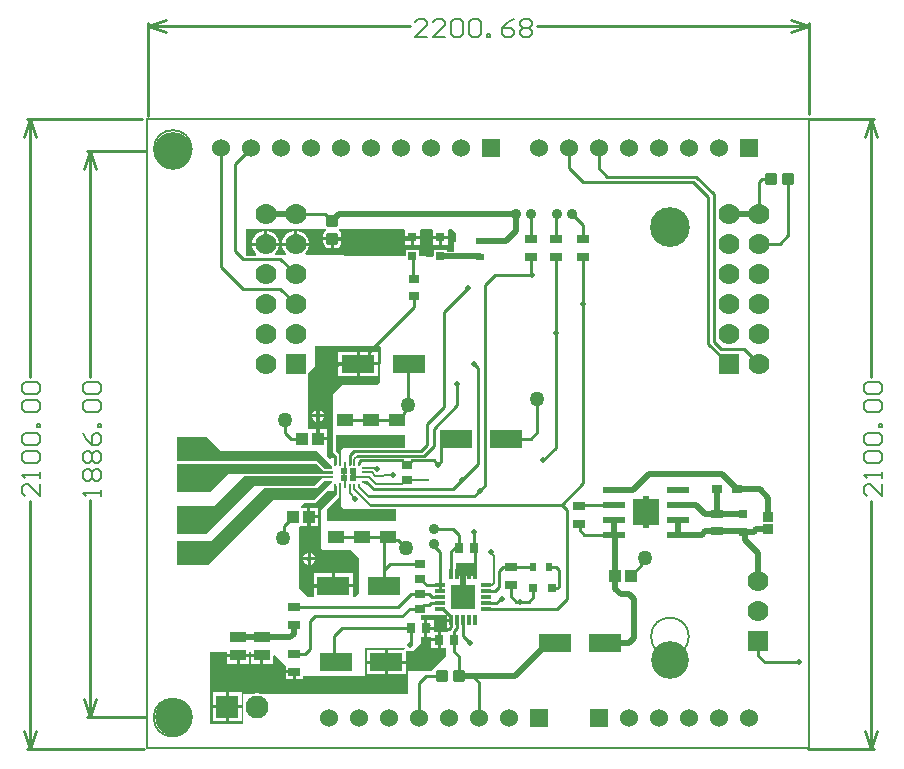
<source format=gtl>
G04*
G04 #@! TF.GenerationSoftware,Altium Limited,Altium Designer,21.9.2 (33)*
G04*
G04 Layer_Physical_Order=1*
G04 Layer_Color=255*
%FSLAX44Y44*%
%MOMM*%
G71*
G04*
G04 #@! TF.SameCoordinates,E2BC6D59-9887-43D7-9D5B-FB48D232BC44*
G04*
G04*
G04 #@! TF.FilePolarity,Positive*
G04*
G01*
G75*
%ADD12C,0.3810*%
%ADD14C,0.2032*%
%ADD15C,0.2540*%
%ADD18C,0.1524*%
%ADD19C,0.1270*%
%ADD20R,1.9304X1.9304*%
%ADD21R,1.9500X0.6000*%
%ADD22R,1.0000X0.8000*%
%ADD23R,0.9000X0.8000*%
%ADD24R,0.2100X0.4650*%
%ADD25R,0.3900X0.2100*%
%ADD26R,0.4650X0.2100*%
%ADD27R,0.5000X0.5000*%
%ADD28R,0.6000X0.8000*%
%ADD29R,0.8000X0.6000*%
%ADD30R,1.3500X1.0000*%
%ADD31R,0.9000X0.7000*%
%ADD32R,1.3500X0.9500*%
%ADD33R,2.0000X2.0000*%
%ADD34R,0.8500X0.3000*%
%ADD35R,0.3000X0.8500*%
%ADD36R,0.8000X0.8000*%
%ADD37R,0.7500X0.8000*%
%ADD38R,0.8000X0.8000*%
%ADD39R,0.8000X0.9000*%
%ADD40R,2.8000X1.6000*%
G04:AMPARAMS|DCode=41|XSize=1mm|YSize=1.1mm|CornerRadius=0.25mm|HoleSize=0mm|Usage=FLASHONLY|Rotation=90.000|XOffset=0mm|YOffset=0mm|HoleType=Round|Shape=RoundedRectangle|*
%AMROUNDEDRECTD41*
21,1,1.0000,0.6000,0,0,90.0*
21,1,0.5000,1.1000,0,0,90.0*
1,1,0.5000,0.3000,0.2500*
1,1,0.5000,0.3000,-0.2500*
1,1,0.5000,-0.3000,-0.2500*
1,1,0.5000,-0.3000,0.2500*
%
%ADD41ROUNDEDRECTD41*%
%ADD42R,1.0500X1.0500*%
G04:AMPARAMS|DCode=43|XSize=1mm|YSize=1.1mm|CornerRadius=0.25mm|HoleSize=0mm|Usage=FLASHONLY|Rotation=0.000|XOffset=0mm|YOffset=0mm|HoleType=Round|Shape=RoundedRectangle|*
%AMROUNDEDRECTD43*
21,1,1.0000,0.6000,0,0,0.0*
21,1,0.5000,1.1000,0,0,0.0*
1,1,0.5000,0.2500,-0.3000*
1,1,0.5000,-0.2500,-0.3000*
1,1,0.5000,-0.2500,0.3000*
1,1,0.5000,0.2500,0.3000*
%
%ADD43ROUNDEDRECTD43*%
%ADD44R,0.8121X0.9311*%
%ADD45R,0.7620X0.7620*%
%ADD79C,0.5080*%
%ADD80C,0.7620*%
%ADD81R,0.8360X0.0064*%
%ADD82R,1.9500X1.9500*%
%ADD83R,1.5240X1.5240*%
%ADD84C,1.5240*%
%ADD85C,0.8890*%
%ADD86C,1.9500*%
%ADD87R,1.9500X1.9500*%
%ADD88C,1.7780*%
%ADD89R,1.7780X1.7780*%
%ADD90C,3.2000*%
%ADD91C,0.2540*%
%ADD92C,1.2700*%
%ADD93C,0.5080*%
G36*
X238666Y-71125D02*
X238502Y-71289D01*
Y-78301D01*
X236824D01*
Y-86423D01*
X230914D01*
Y-84777D01*
X220366D01*
Y-89765D01*
X219461Y-90657D01*
X207360Y-90482D01*
Y-84777D01*
X196312D01*
Y-89419D01*
X195407Y-90310D01*
X168037Y-89916D01*
X119957Y-89223D01*
X111767Y-89320D01*
X111235Y-88056D01*
X112096Y-87195D01*
X113601Y-84589D01*
X114380Y-81682D01*
Y-81447D01*
X102950D01*
X91520D01*
Y-81682D01*
X92298Y-84589D01*
X93803Y-87195D01*
X94858Y-88250D01*
X94338Y-89526D01*
X86063Y-89624D01*
X85531Y-88360D01*
X86696Y-87195D01*
X88201Y-84589D01*
X88980Y-81682D01*
Y-81447D01*
X77550D01*
X66120D01*
Y-81682D01*
X66898Y-84589D01*
X68403Y-87195D01*
X69755Y-88547D01*
X69235Y-89823D01*
X62264Y-89905D01*
X61360Y-89013D01*
Y-80859D01*
Y-67072D01*
X128380D01*
X128754Y-68304D01*
X128738Y-68361D01*
X128044Y-68825D01*
X126930Y-70492D01*
X126538Y-72458D01*
Y-74188D01*
X141816D01*
Y-72458D01*
X141425Y-70492D01*
X140311Y-68825D01*
X139617Y-68361D01*
X139601Y-68304D01*
X139974Y-67072D01*
X194311D01*
X195296Y-67761D01*
X195296Y-68342D01*
Y-73031D01*
X201836D01*
X208376D01*
Y-68342D01*
X208376Y-67761D01*
X209360Y-67072D01*
X218365D01*
X219350Y-67761D01*
X219350Y-68342D01*
Y-73031D01*
X225640D01*
X231930D01*
Y-68342D01*
X231930Y-67761D01*
X232914Y-67072D01*
X234613D01*
X238666Y-71125D01*
D02*
G37*
G36*
X175086Y-167025D02*
X174693Y-196531D01*
X171947Y-199277D01*
X142607D01*
X134637Y-207247D01*
X134853Y-233743D01*
X135038Y-256306D01*
X137980Y-259502D01*
Y-260452D01*
X137950Y-260482D01*
Y-266215D01*
X135410D01*
Y-261350D01*
X133090D01*
Y-261350D01*
X132243Y-261744D01*
X129559Y-259483D01*
Y-250841D01*
X129558D01*
Y-246131D01*
X121768D01*
Y-244861D01*
X120498D01*
Y-237071D01*
X113978D01*
X113149Y-236144D01*
Y-192191D01*
X113364D01*
Y-189315D01*
X119128Y-183551D01*
Y-166121D01*
X174194D01*
X175086Y-167025D01*
D02*
G37*
G36*
X195395Y-242362D02*
Y-252380D01*
X195387Y-252389D01*
X144117D01*
X141729Y-254776D01*
X141730Y-262947D01*
Y-268338D01*
X139630D01*
X139629Y-258087D01*
X137320Y-255777D01*
Y-242067D01*
X195691D01*
X195395Y-242362D01*
D02*
G37*
G36*
X39376Y-255021D02*
X120761Y-255021D01*
X134084Y-268343D01*
Y-270443D01*
X128181D01*
X121493Y-263755D01*
X2856D01*
Y-243591D01*
X27947D01*
X39376Y-255021D01*
D02*
G37*
G36*
X134831Y-278441D02*
X125782D01*
X119625Y-284598D01*
X68119Y-284598D01*
X27119Y-325597D01*
X2602D01*
Y-302265D01*
X34338D01*
X60262Y-276341D01*
X128954D01*
X128938Y-276357D01*
X130181Y-276341D01*
X134831D01*
Y-278441D01*
D02*
G37*
G36*
X134087Y-282436D02*
X132933D01*
X118692Y-296677D01*
X83701D01*
X28837Y-351541D01*
X2446Y-351541D01*
Y-331653D01*
X2602Y-331497D01*
X31379D01*
X75988Y-286889D01*
X120982Y-286889D01*
X127535Y-280336D01*
X134087D01*
Y-282436D01*
D02*
G37*
G36*
X137950Y-289429D02*
X137980D01*
X137980Y-292458D01*
X124857Y-305582D01*
Y-337808D01*
X125949Y-338900D01*
X149950D01*
X156680Y-345630D01*
Y-374715D01*
X157128Y-375163D01*
X153329Y-378961D01*
Y-379107D01*
X151393D01*
Y-370591D01*
X134854D01*
X118314D01*
Y-379107D01*
X113518D01*
X105752Y-371341D01*
Y-319887D01*
X106544Y-318945D01*
X113064D01*
Y-311155D01*
Y-303365D01*
X107918D01*
X107392Y-302095D01*
X109762Y-299725D01*
X119725D01*
X130128Y-289321D01*
X133090Y-289388D01*
Y-289429D01*
X133804D01*
X135068Y-289432D01*
D01*
X135410Y-289431D01*
Y-284564D01*
X137950D01*
Y-289429D01*
D02*
G37*
G36*
X127228Y-272361D02*
X129177D01*
X129197Y-272341D01*
X134831D01*
Y-274441D01*
X45510D01*
X30337Y-289613D01*
X3412D01*
X2954Y-289155D01*
Y-266162D01*
X121028D01*
X127228Y-272361D01*
D02*
G37*
G36*
X141730Y-302357D02*
X143652Y-304279D01*
X188374D01*
Y-314278D01*
X187941Y-314711D01*
X129954D01*
X129909Y-314690D01*
Y-304087D01*
X139629Y-294367D01*
X139630Y-282442D01*
X141730D01*
X141730Y-302357D01*
D02*
G37*
G36*
X402416Y-296136D02*
X410775D01*
Y-317980D01*
X402416D01*
Y-320520D01*
X397336D01*
Y-317980D01*
X388954D01*
Y-296136D01*
X397336D01*
Y-293596D01*
X402416D01*
Y-296136D01*
D02*
G37*
G36*
X256420Y-361227D02*
X238456D01*
X238419Y-361191D01*
Y-350295D01*
X256420Y-350245D01*
Y-361227D01*
D02*
G37*
G36*
X230879Y-397212D02*
X234919D01*
Y-399752D01*
X230879D01*
Y-405272D01*
X232100D01*
X232586Y-406446D01*
X230853Y-408179D01*
X225764D01*
Y-415219D01*
Y-422259D01*
X230160D01*
Y-429677D01*
X217853Y-441984D01*
X198274D01*
X198274Y-460761D01*
X73162D01*
X71849Y-460409D01*
X68880D01*
X67566Y-460761D01*
X58834D01*
Y-486415D01*
X30640D01*
Y-425407D01*
X44995D01*
Y-427120D01*
X54285D01*
X63575D01*
Y-425407D01*
X65038D01*
Y-427109D01*
X74328D01*
Y-428379D01*
X75598D01*
Y-435669D01*
X83618D01*
Y-428496D01*
X84791Y-428010D01*
X94474Y-437693D01*
Y-440829D01*
X102014D01*
Y-442099D01*
X103284D01*
Y-448639D01*
X109554D01*
Y-445659D01*
X161672D01*
X161672Y-421899D01*
X195167Y-421899D01*
X195428Y-422087D01*
X195472Y-422174D01*
X194692Y-423444D01*
X181132D01*
Y-432714D01*
X196402D01*
Y-424434D01*
X202625D01*
X209483Y-417576D01*
Y-412362D01*
X212070D01*
Y-405322D01*
Y-398282D01*
X209483D01*
Y-394520D01*
X230879D01*
Y-397212D01*
D02*
G37*
%LPC*%
G36*
X104454Y-68747D02*
X104220D01*
Y-78907D01*
X114380D01*
Y-78672D01*
X113601Y-75765D01*
X112096Y-73159D01*
X109968Y-71031D01*
X107361Y-69526D01*
X104454Y-68747D01*
D02*
G37*
G36*
X79054D02*
X78820D01*
Y-78907D01*
X88980D01*
Y-78672D01*
X88201Y-75765D01*
X86696Y-73159D01*
X84568Y-71031D01*
X81961Y-69526D01*
X79054Y-68747D01*
D02*
G37*
G36*
X101680D02*
X101445D01*
X98538Y-69526D01*
X95931Y-71031D01*
X93803Y-73159D01*
X92298Y-75765D01*
X91520Y-78672D01*
Y-78907D01*
X101680D01*
Y-68747D01*
D02*
G37*
G36*
X76280D02*
X76045D01*
X73138Y-69526D01*
X70531Y-71031D01*
X68403Y-73159D01*
X66898Y-75765D01*
X66120Y-78672D01*
Y-78907D01*
X76280D01*
Y-68747D01*
D02*
G37*
G36*
X231930Y-75571D02*
X226910D01*
Y-80841D01*
X231930D01*
Y-75571D01*
D02*
G37*
G36*
X224370D02*
X219350D01*
Y-80841D01*
X224370D01*
Y-75571D01*
D02*
G37*
G36*
X208376D02*
X203106D01*
Y-80841D01*
X208376D01*
Y-75571D01*
D02*
G37*
G36*
X200566D02*
X195296D01*
Y-80841D01*
X200566D01*
Y-75571D01*
D02*
G37*
G36*
X141816Y-76728D02*
X135447D01*
Y-83597D01*
X136677D01*
X138644Y-83206D01*
X140311Y-82092D01*
X141425Y-80425D01*
X141816Y-78458D01*
Y-76728D01*
D02*
G37*
G36*
X132907D02*
X126538D01*
Y-78458D01*
X126930Y-80425D01*
X128044Y-82092D01*
X129711Y-83206D01*
X131677Y-83597D01*
X132907D01*
Y-76728D01*
D02*
G37*
G36*
X172398Y-171075D02*
X157128D01*
Y-180345D01*
X172398D01*
Y-171075D01*
D02*
G37*
G36*
X154588D02*
X139318D01*
Y-180345D01*
X154588D01*
Y-171075D01*
D02*
G37*
G36*
X172398Y-182885D02*
X157128D01*
Y-192155D01*
X172398D01*
Y-182885D01*
D02*
G37*
G36*
X154588D02*
X139318D01*
Y-192155D01*
X154588D01*
Y-182885D01*
D02*
G37*
G36*
X123250Y-220584D02*
Y-224287D01*
X126952D01*
X126286Y-222679D01*
X124857Y-221250D01*
X123250Y-220584D01*
D02*
G37*
G36*
X120710D02*
X119102Y-221250D01*
X117673Y-222679D01*
X117007Y-224287D01*
X120710D01*
Y-220584D01*
D02*
G37*
G36*
X126952Y-226827D02*
X123250D01*
Y-230529D01*
X124857Y-229863D01*
X126286Y-228435D01*
X126952Y-226827D01*
D02*
G37*
G36*
X120710D02*
X117007D01*
X117673Y-228435D01*
X119102Y-229863D01*
X120710Y-230529D01*
Y-226827D01*
D02*
G37*
G36*
X123038Y-237071D02*
Y-243591D01*
X129558D01*
Y-237071D01*
X123038D01*
D02*
G37*
G36*
X122124Y-303365D02*
X115604D01*
Y-309885D01*
X122124D01*
Y-303365D01*
D02*
G37*
G36*
Y-312425D02*
X115604D01*
Y-318945D01*
X122124D01*
Y-312425D01*
D02*
G37*
G36*
X115730Y-341488D02*
Y-345191D01*
X119432D01*
X118766Y-343583D01*
X117337Y-342154D01*
X115730Y-341488D01*
D02*
G37*
G36*
X113190D02*
X111582Y-342154D01*
X110153Y-343583D01*
X109487Y-345191D01*
X113190D01*
Y-341488D01*
D02*
G37*
G36*
X119432Y-347731D02*
X115730D01*
Y-351433D01*
X117337Y-350768D01*
X118766Y-349338D01*
X119432Y-347731D01*
D02*
G37*
G36*
X113190D02*
X109487D01*
X110153Y-349338D01*
X111582Y-350768D01*
X113190Y-351433D01*
Y-347731D01*
D02*
G37*
G36*
X151393Y-358781D02*
X136124D01*
Y-368051D01*
X151393D01*
Y-358781D01*
D02*
G37*
G36*
X133584D02*
X118314D01*
Y-368051D01*
X133584D01*
Y-358781D01*
D02*
G37*
G36*
X219880Y-398282D02*
X214610D01*
Y-404053D01*
X219880D01*
Y-398282D01*
D02*
G37*
G36*
Y-406592D02*
X214610D01*
Y-412362D01*
X217954D01*
Y-413949D01*
X223224D01*
Y-408179D01*
X219880D01*
Y-406592D01*
D02*
G37*
G36*
X223224Y-416489D02*
X217954D01*
Y-422259D01*
X223224D01*
Y-416489D01*
D02*
G37*
G36*
X178592Y-423444D02*
X163322D01*
Y-432714D01*
X178592D01*
Y-423444D01*
D02*
G37*
G36*
X73058Y-429649D02*
X65038D01*
Y-435669D01*
X73058D01*
Y-429649D01*
D02*
G37*
G36*
X63575Y-429660D02*
X55555D01*
Y-435680D01*
X63575D01*
Y-429660D01*
D02*
G37*
G36*
X53015D02*
X44995D01*
Y-435680D01*
X53015D01*
Y-429660D01*
D02*
G37*
G36*
X196402Y-435254D02*
X181132D01*
Y-444524D01*
X196402D01*
Y-441984D01*
Y-435254D01*
D02*
G37*
G36*
X178592D02*
X163322D01*
Y-444524D01*
X178592D01*
Y-435254D01*
D02*
G37*
G36*
X100744Y-443369D02*
X94474D01*
Y-448639D01*
X100744D01*
Y-443369D01*
D02*
G37*
G36*
X57255Y-459393D02*
X46234D01*
Y-470413D01*
X57255D01*
Y-459393D01*
D02*
G37*
G36*
X43695D02*
X32675D01*
Y-470413D01*
X43695D01*
Y-459393D01*
D02*
G37*
G36*
X57255Y-472953D02*
X46234D01*
Y-483973D01*
X57255D01*
Y-472953D01*
D02*
G37*
G36*
X43695D02*
X32675D01*
Y-483973D01*
X43695D01*
Y-472953D01*
D02*
G37*
%LPD*%
D12*
X151628Y-278389D02*
Y-272389D01*
D14*
X144178Y-278389D02*
X144691Y-277876D01*
X145288D01*
X144178Y-278389D02*
X144646Y-278857D01*
Y-284530D02*
Y-278857D01*
X144178Y-278389D02*
Y-272389D01*
X214822Y-279639D02*
X215220Y-280037D01*
X197353Y-279639D02*
X214822D01*
X215220Y-280037D02*
X215358D01*
X151628Y-278389D02*
X152592Y-277425D01*
X160820D02*
X160854Y-277391D01*
X152592Y-277425D02*
X160820D01*
X144646Y-271921D02*
Y-266249D01*
X144178Y-272389D02*
X144646Y-271921D01*
Y-284530D02*
X144680Y-284564D01*
X144646Y-266249D02*
X144680Y-266215D01*
X165277Y-277391D02*
X171096Y-283210D01*
X160854Y-277391D02*
X165277D01*
X171096Y-283210D02*
X193283D01*
X177787Y-275340D02*
X185166D01*
X176769Y-276357D02*
X177787Y-275340D01*
X193283Y-283210D02*
X196854Y-279639D01*
X197353D01*
X152714Y-262041D02*
X155508Y-259247D01*
X152714Y-266181D02*
Y-262041D01*
X170340Y-276357D02*
X176769D01*
X156680Y-284564D02*
X156714Y-284598D01*
X153329Y-295611D02*
X153362D01*
X148675Y-284569D02*
X148680Y-284564D01*
X152680D02*
X152714Y-284598D01*
X156714Y-285873D02*
X164437Y-293596D01*
X152714Y-287726D02*
Y-284598D01*
X156714Y-285873D02*
Y-284598D01*
X148675Y-290956D02*
X153329Y-295611D01*
X148675Y-290956D02*
Y-284569D01*
X152680Y-266215D02*
X152714Y-266181D01*
X161223Y-269388D02*
X170180D01*
X160858Y-273389D02*
X167372D01*
X170340Y-276357D01*
X170180Y-269388D02*
X171670Y-270878D01*
X172358D01*
X152714Y-287726D02*
X165695Y-300708D01*
X268384Y-341381D02*
Y-340619D01*
Y-341381D02*
X270924Y-343921D01*
Y-367204D02*
Y-343921D01*
X264419Y-368982D02*
X269146D01*
X270924Y-367204D01*
D15*
X307745Y-239611D02*
Y-210217D01*
X254192Y-337651D02*
X254414Y-337429D01*
X148670Y-266205D02*
Y-258831D01*
X152318Y-255183D01*
X148670Y-266205D02*
X148680Y-266215D01*
X152318Y-255183D02*
X209294D01*
X254414Y-337429D02*
Y-324202D01*
X254919Y-359482D02*
Y-338378D01*
X254192Y-337651D02*
X254919Y-338378D01*
X161222Y-281392D02*
X163028D01*
X169406Y-287770D01*
X236108D01*
X244295Y-279583D01*
X236994Y-415219D02*
Y-408018D01*
Y-425115D02*
Y-415219D01*
X197854Y-267139D02*
X201682Y-263311D01*
X158167D02*
X193025D01*
X220116D02*
X223812Y-267007D01*
X193025Y-263311D02*
X196854Y-267139D01*
X201682Y-263311D02*
X220116D01*
X196854Y-267139D02*
X197854D01*
X155508Y-259247D02*
X211580D01*
X219870Y-250957D01*
X156680Y-266215D02*
Y-264799D01*
X209294Y-255183D02*
X214282Y-250195D01*
X156680Y-264799D02*
X158167Y-263311D01*
X225420Y-388982D02*
X228169D01*
X234919Y-395732D01*
Y-398482D02*
Y-395732D01*
X179862Y-433984D02*
X217690D01*
X199898Y-419282D02*
X200840Y-418340D01*
Y-405322D01*
X199898Y-419969D02*
Y-419282D01*
X135630Y-432752D02*
Y-411952D01*
Y-432752D02*
X136862Y-433984D01*
X135630Y-411952D02*
X142259Y-405322D01*
X200840D01*
X213340D02*
X216070Y-402592D01*
X222670Y-388982D02*
X225420D01*
X93262Y-327693D02*
Y-318727D01*
X100834Y-311155D01*
X92298Y-328656D02*
X93262Y-327693D01*
X396662Y-351274D02*
Y-348082D01*
X387126Y-360810D02*
X396662Y-351274D01*
Y-348082D02*
X398606Y-346138D01*
X183971Y-330449D02*
X189767D01*
X196836Y-337518D02*
X196836D01*
X181212Y-327690D02*
X183971Y-330449D01*
X189767D02*
X196836Y-337518D01*
X177854Y-369321D02*
Y-356310D01*
Y-331048D02*
X181212Y-327690D01*
X183005Y-351158D02*
X208646D01*
X177854Y-356310D02*
X183005Y-351158D01*
X177854Y-356310D02*
Y-331048D01*
X159169Y-327690D02*
X181212D01*
X137127D02*
X159169D01*
X225772Y-251591D02*
X232502Y-244861D01*
X223812Y-266320D02*
X225772Y-264361D01*
X223812Y-267007D02*
Y-266320D01*
X232502Y-244861D02*
X238502D01*
X225772Y-264361D02*
Y-251591D01*
X214282Y-250195D02*
Y-232643D01*
X228494Y-218431D02*
Y-137938D01*
X214282Y-232643D02*
X228494Y-218431D01*
Y-137938D02*
X248826Y-117607D01*
X254192Y-293596D02*
X258748Y-289041D01*
X164437Y-293596D02*
X254192D01*
X136680Y-285399D02*
Y-284564D01*
X244295Y-279583D02*
X257716Y-266162D01*
X343568Y-322331D02*
Y-317124D01*
Y-322331D02*
X347345Y-326108D01*
X372626D02*
X373032Y-326514D01*
X343139Y-316695D02*
X343568Y-317124D01*
X347345Y-326108D02*
X372626D01*
X343139Y-301695D02*
X344126Y-300708D01*
X372626D01*
X58444Y-118115D02*
X90088D01*
X102950Y-130977D01*
X90206Y-92833D02*
X102950Y-105577D01*
X58778Y-92833D02*
X90206D01*
X482760Y-169169D02*
X495368Y-181777D01*
X463107Y-169169D02*
X482760D01*
X452534Y-164343D02*
X469968Y-181777D01*
X456868Y-162930D02*
X463107Y-169169D01*
X102950Y-54777D02*
X127831D01*
X359490Y-15927D02*
X366682Y-23119D01*
X452534Y-164343D02*
Y-40645D01*
X439834Y-27945D02*
X452534Y-40645D01*
X346282Y-27945D02*
X439834D01*
X334090Y-15753D02*
X346282Y-27945D01*
X456868Y-162930D02*
Y-37867D01*
X366682Y-23119D02*
X442120D01*
X495368Y-80177D02*
X495530Y-80015D01*
X442120Y-23119D02*
X456868Y-37867D01*
X495368Y-27529D02*
X497659Y-25237D01*
X495530Y-80015D02*
X512732D01*
X497659Y-25237D02*
X505141D01*
X512732Y-80015D02*
X519982Y-72765D01*
Y-24897D01*
X495368Y-54777D02*
Y-27529D01*
X505141Y-25237D02*
X505481Y-24897D01*
X359490Y-15927D02*
Y1103D01*
X334090Y-15753D02*
Y1103D01*
X494444Y-428757D02*
X500032Y-434345D01*
X494444Y-428757D02*
Y-416565D01*
X213501Y-445521D02*
X226589D01*
X207090Y-451933D02*
X213501Y-445521D01*
X207090Y-481497D02*
Y-451933D01*
X252382Y-445521D02*
X257890Y-451029D01*
Y-481497D02*
Y-451029D01*
X241090Y-445521D02*
Y-429211D01*
X217690Y-433984D02*
X224494Y-427180D01*
X263304Y-284485D02*
Y-114361D01*
X132506Y-292394D02*
X132933Y-291966D01*
X208477Y-376063D02*
X208646Y-376232D01*
X211876Y-366888D02*
Y-366388D01*
Y-366888D02*
X213971Y-368982D01*
X209146Y-363658D02*
X211876Y-366388D01*
X211376Y-386002D02*
X215569D01*
X208646Y-376232D02*
X215608D01*
X208646Y-363658D02*
X209146D01*
X224494Y-427180D02*
Y-415219D01*
X236994Y-425115D02*
X241090Y-429211D01*
X115476Y-422661D02*
Y-399039D01*
X102014Y-427099D02*
X111038D01*
X115476Y-422661D01*
X51722Y-12025D02*
X64850Y1103D01*
X39450Y-99121D02*
Y1103D01*
Y-99121D02*
X58444Y-118115D01*
X51722Y-85777D02*
Y-12025D01*
Y-85777D02*
X58778Y-92833D01*
X115476Y-399039D02*
X119286Y-395229D01*
X119032Y-369681D02*
X134494D01*
X101252Y-387221D02*
X189916D01*
X114334Y-364983D02*
X119032Y-369681D01*
X134494D02*
X134853Y-369321D01*
X114334Y-364983D02*
Y-311155D01*
X119286Y-395229D02*
X192973D01*
X199470Y-388732D01*
X189916Y-387221D02*
X201074Y-376063D01*
X199470Y-388732D02*
X208646D01*
X201074Y-376063D02*
X208477D01*
X208646Y-388732D02*
X211376Y-386002D01*
X215608Y-376232D02*
X218358Y-378982D01*
X215569Y-386002D02*
X217360Y-384212D01*
X213971Y-368982D02*
X225420D01*
X217360Y-384212D02*
X225189D01*
X218358Y-378982D02*
X225420D01*
X220358Y-336007D02*
X225420Y-341068D01*
X94060Y-239955D02*
Y-229380D01*
X108050Y-245079D02*
X108268Y-244861D01*
X94060Y-239955D02*
X99184Y-245079D01*
X108050D01*
X220358Y-334455D02*
X220494Y-334591D01*
X165695Y-300708D02*
X328238D01*
X220358Y-336007D02*
Y-334455D01*
Y-321755D02*
X236260D01*
X278331Y-353531D02*
X285066D01*
X285228Y-353693D02*
X304145D01*
X285066Y-353531D02*
X285228Y-353693D01*
X274988Y-356875D02*
X278331Y-353531D01*
X224494Y-415219D02*
X224502Y-415212D01*
X225989Y-406221D02*
X233044D01*
X234690Y-404575D01*
X224502Y-407709D02*
X225989Y-406221D01*
X224502Y-415212D02*
Y-407709D01*
X225420Y-368982D02*
Y-341068D01*
Y-373982D02*
Y-368982D01*
X234919Y-359482D02*
Y-340371D01*
X225189Y-384212D02*
X225420Y-383982D01*
X234690Y-398712D02*
X234919Y-398482D01*
X258748Y-289041D02*
X263304Y-284485D01*
X241347Y-337731D02*
X241560Y-337518D01*
X236260Y-321755D02*
X241268Y-326764D01*
Y-337227D02*
Y-326764D01*
Y-337227D02*
X241560Y-337518D01*
X328238Y-300708D02*
X346290Y-282656D01*
X333154Y-380232D02*
Y-305624D01*
X328238Y-300708D02*
X333154Y-305624D01*
X317306Y-353531D02*
X323122D01*
X325788Y-370075D02*
Y-356197D01*
X323122Y-353531D02*
X325788Y-356197D01*
X320020Y-371563D02*
X324300D01*
X325788Y-370075D01*
X237560Y-337731D02*
X241347D01*
X234919Y-340371D02*
X237560Y-337731D01*
X324404Y-388982D02*
X333154Y-380232D01*
X304145Y-353693D02*
X304307Y-353531D01*
X300344Y-382783D02*
X304021Y-379107D01*
Y-371563D01*
X236994Y-408018D02*
X239690Y-405322D01*
Y-398712D02*
X239919Y-398482D01*
X244919Y-411952D02*
X250858Y-417890D01*
X234690Y-404575D02*
Y-398712D01*
X239690Y-405322D02*
Y-398712D01*
X250858Y-418213D02*
Y-417890D01*
X244919Y-411952D02*
Y-398482D01*
X274988Y-370845D02*
Y-356875D01*
X271850Y-373982D02*
X274988Y-370845D01*
X264419Y-388982D02*
X324404D01*
X264419Y-383982D02*
X273090D01*
X293276Y-382783D02*
X300344D01*
X276840Y-380232D02*
X277528D01*
X264419Y-373982D02*
X271850D01*
X273090Y-383982D02*
X276840Y-380232D01*
X289791Y-382783D02*
X293276D01*
X285228Y-378220D02*
X289791Y-382783D01*
X285228Y-378220D02*
Y-368693D01*
X134012Y-60958D02*
X134177D01*
X134012Y-75458D02*
X134177D01*
X200678D01*
X127831Y-54777D02*
X134012Y-60958D01*
X323502Y-55642D02*
X324264Y-54880D01*
X336964D02*
X346290Y-64207D01*
X302745Y-105923D02*
X303062D01*
X302745D02*
Y-90817D01*
X323248Y-75817D02*
X323502Y-75563D01*
X346290Y-75817D02*
Y-64207D01*
X302634Y-75706D02*
Y-54880D01*
X323502Y-75563D02*
Y-55642D01*
X203026Y-133115D02*
Y-123845D01*
X219870Y-236270D02*
X239494Y-216645D01*
Y-198277D01*
X257716Y-266162D02*
Y-184917D01*
X254414Y-181615D02*
X257716Y-184917D01*
X202598Y-109417D02*
X203026Y-109845D01*
X202598Y-109417D02*
Y-91063D01*
X200678Y-75458D02*
X201836Y-74301D01*
Y-90301D02*
X202598Y-91063D01*
X158117Y-181615D02*
X164847Y-174885D01*
X155858Y-181615D02*
X158117D01*
X138792Y-181777D02*
X155858D01*
X121768Y-198801D02*
X138792Y-181777D01*
X132933Y-257110D02*
X133297D01*
X312834Y-263149D02*
X323248Y-252735D01*
X346290Y-282656D02*
Y-130561D01*
X271742Y-105923D02*
X302745D01*
X323248Y-252735D02*
Y-155199D01*
Y-90817D01*
X263304Y-114361D02*
X271742Y-105923D01*
X346290Y-130561D02*
Y-90817D01*
X281502Y-244861D02*
X302495D01*
X307745Y-239611D01*
X188645Y-229380D02*
X190395D01*
X219870Y-250957D02*
Y-236270D01*
X136680Y-266215D02*
Y-260715D01*
X135630Y-259665D02*
X136680Y-260715D01*
X121768Y-244861D02*
Y-198801D01*
X131377Y-255783D02*
Y-248057D01*
X133297Y-257110D02*
X135630Y-259443D01*
Y-259665D02*
Y-259443D01*
X144560Y-229380D02*
X166603D01*
X195892Y-222134D02*
Y-218606D01*
X166603Y-229380D02*
X188645D01*
X195892Y-218606D02*
X197836Y-216662D01*
X194125Y-223900D02*
X195892Y-222134D01*
X190395Y-229380D02*
X194125Y-225650D01*
Y-223900D01*
X164847Y-174885D02*
Y-171293D01*
X203026Y-133115D01*
X197836Y-182637D02*
X198858Y-181615D01*
X197836Y-216662D02*
Y-182637D01*
X500032Y-434345D02*
X528988D01*
X584870Y-492414D02*
X589950Y-507654D01*
X595030Y-492414D01*
X589950Y25746D02*
X595030Y10506D01*
X584870D02*
X589950Y25746D01*
Y-507654D02*
Y-297326D01*
Y-192710D02*
Y25746D01*
X536864Y-507654D02*
X592490D01*
X538388Y25746D02*
X592490D01*
X-21682Y104738D02*
X-6442Y109817D01*
X-21682Y104738D02*
X-6442Y99657D01*
X522050D02*
X537290Y104738D01*
X522050Y109817D02*
X537290Y104738D01*
X-21682D02*
X200162D01*
X307318D02*
X537290D01*
X-21682Y28286D02*
Y107277D01*
X537290Y29678D02*
Y107277D01*
X-75946Y-465074D02*
X-70866Y-480314D01*
X-65786Y-465074D01*
X-70866Y-1270D02*
X-65786Y-16510D01*
X-75946D02*
X-70866Y-1270D01*
Y-480314D02*
Y-297164D01*
Y-192548D02*
Y-1270D01*
X-73406Y-480314D02*
X-23620D01*
X-73406Y-1270D02*
X-24382D01*
X-127254Y-492506D02*
X-122174Y-507746D01*
X-117094Y-492506D01*
X-122174Y25654D02*
X-117094Y10414D01*
X-127254D02*
X-122174Y25654D01*
Y-507746D02*
Y-297418D01*
Y-192802D02*
Y25654D01*
X-124714Y-507746D02*
X-25400D01*
X-124714Y25654D02*
X-27178D01*
D18*
X599091Y-283106D02*
Y-293262D01*
X588935Y-283106D01*
X586396D01*
X583857Y-285645D01*
Y-290723D01*
X586396Y-293262D01*
X599091Y-278027D02*
Y-272949D01*
Y-275488D01*
X583857D01*
X586396Y-278027D01*
Y-265331D02*
X583857Y-262792D01*
Y-257714D01*
X586396Y-255175D01*
X596552D01*
X599091Y-257714D01*
Y-262792D01*
X596552Y-265331D01*
X586396D01*
Y-250096D02*
X583857Y-247557D01*
Y-242479D01*
X586396Y-239940D01*
X596552D01*
X599091Y-242479D01*
Y-247557D01*
X596552Y-250096D01*
X586396D01*
X599091Y-234861D02*
X596552D01*
Y-232322D01*
X599091D01*
Y-234861D01*
X586396Y-222165D02*
X583857Y-219626D01*
Y-214548D01*
X586396Y-212009D01*
X596552D01*
X599091Y-214548D01*
Y-219626D01*
X596552Y-222165D01*
X586396D01*
Y-206930D02*
X583857Y-204391D01*
Y-199313D01*
X586396Y-196774D01*
X596552D01*
X599091Y-199313D01*
Y-204391D01*
X596552Y-206930D01*
X586396D01*
X214382Y95596D02*
X204226D01*
X214382Y105753D01*
Y108292D01*
X211843Y110831D01*
X206765D01*
X204226Y108292D01*
X229618Y95596D02*
X219461D01*
X229618Y105753D01*
Y108292D01*
X227078Y110831D01*
X222000D01*
X219461Y108292D01*
X234696D02*
X237235Y110831D01*
X242313D01*
X244853Y108292D01*
Y98135D01*
X242313Y95596D01*
X237235D01*
X234696Y98135D01*
Y108292D01*
X249931D02*
X252470Y110831D01*
X257549D01*
X260088Y108292D01*
Y98135D01*
X257549Y95596D01*
X252470D01*
X249931Y98135D01*
Y108292D01*
X265166Y95596D02*
Y98135D01*
X267705D01*
Y95596D01*
X265166D01*
X288019Y110831D02*
X282940Y108292D01*
X277862Y103214D01*
Y98135D01*
X280401Y95596D01*
X285480D01*
X288019Y98135D01*
Y100674D01*
X285480Y103214D01*
X277862D01*
X293097Y108292D02*
X295636Y110831D01*
X300715D01*
X303254Y108292D01*
Y105753D01*
X300715Y103214D01*
X303254Y100674D01*
Y98135D01*
X300715Y95596D01*
X295636D01*
X293097Y98135D01*
Y100674D01*
X295636Y103214D01*
X293097Y105753D01*
Y108292D01*
X295636Y103214D02*
X300715D01*
X-61725Y-293100D02*
Y-288022D01*
Y-290561D01*
X-76960D01*
X-74420Y-293100D01*
Y-280404D02*
X-76960Y-277865D01*
Y-272787D01*
X-74420Y-270248D01*
X-71881D01*
X-69342Y-272787D01*
X-66803Y-270248D01*
X-64264D01*
X-61725Y-272787D01*
Y-277865D01*
X-64264Y-280404D01*
X-66803D01*
X-69342Y-277865D01*
X-71881Y-280404D01*
X-74420D01*
X-69342Y-277865D02*
Y-272787D01*
X-74420Y-265169D02*
X-76960Y-262630D01*
Y-257552D01*
X-74420Y-255013D01*
X-71881D01*
X-69342Y-257552D01*
X-66803Y-255013D01*
X-64264D01*
X-61725Y-257552D01*
Y-262630D01*
X-64264Y-265169D01*
X-66803D01*
X-69342Y-262630D01*
X-71881Y-265169D01*
X-74420D01*
X-69342Y-262630D02*
Y-257552D01*
X-76960Y-239778D02*
X-74420Y-244856D01*
X-69342Y-249934D01*
X-64264D01*
X-61725Y-247395D01*
Y-242317D01*
X-64264Y-239778D01*
X-66803D01*
X-69342Y-242317D01*
Y-249934D01*
X-61725Y-234699D02*
X-64264D01*
Y-232160D01*
X-61725D01*
Y-234699D01*
X-74420Y-222003D02*
X-76960Y-219464D01*
Y-214386D01*
X-74420Y-211847D01*
X-64264D01*
X-61725Y-214386D01*
Y-219464D01*
X-64264Y-222003D01*
X-74420D01*
Y-206768D02*
X-76960Y-204229D01*
Y-199151D01*
X-74420Y-196612D01*
X-64264D01*
X-61725Y-199151D01*
Y-204229D01*
X-64264Y-206768D01*
X-74420D01*
X-113033Y-283198D02*
Y-293354D01*
X-123189Y-283198D01*
X-125728D01*
X-128267Y-285737D01*
Y-290815D01*
X-125728Y-293354D01*
X-113033Y-278119D02*
Y-273041D01*
Y-275580D01*
X-128267D01*
X-125728Y-278119D01*
Y-265423D02*
X-128267Y-262884D01*
Y-257806D01*
X-125728Y-255267D01*
X-115572D01*
X-113033Y-257806D01*
Y-262884D01*
X-115572Y-265423D01*
X-125728D01*
Y-250188D02*
X-128267Y-247649D01*
Y-242571D01*
X-125728Y-240032D01*
X-115572D01*
X-113033Y-242571D01*
Y-247649D01*
X-115572Y-250188D01*
X-125728D01*
X-113033Y-234953D02*
X-115572D01*
Y-232414D01*
X-113033D01*
Y-234953D01*
X-125728Y-222257D02*
X-128267Y-219718D01*
Y-214640D01*
X-125728Y-212101D01*
X-115572D01*
X-113033Y-214640D01*
Y-219718D01*
X-115572Y-222257D01*
X-125728D01*
Y-207022D02*
X-128267Y-204483D01*
Y-199405D01*
X-125728Y-196866D01*
X-115572D01*
X-113033Y-199405D01*
Y-204483D01*
X-115572Y-207022D01*
X-125728D01*
D19*
X14797Y-480989D02*
G03*
X14797Y-480989I-15999J0D01*
G01*
X15051Y341D02*
G03*
X15051Y341I-15999J0D01*
G01*
X435929Y-65699D02*
G03*
X435929Y-65699I-15999J0D01*
G01*
Y-412409D02*
G03*
X435929Y-412409I-15999J0D01*
G01*
X-22790Y-506897D02*
Y26503D01*
X537290Y-125897D02*
Y26503D01*
Y-506897D02*
Y-125897D01*
X-21680Y26000D02*
X538400D01*
X-22790Y-506897D02*
X537290D01*
D20*
X399876Y-307058D02*
D03*
D21*
X372626Y-326108D02*
D03*
Y-313408D02*
D03*
Y-300708D02*
D03*
Y-288008D02*
D03*
X427126D02*
D03*
Y-300708D02*
D03*
Y-313408D02*
D03*
Y-326108D02*
D03*
D22*
X101252Y-387221D02*
D03*
Y-402221D02*
D03*
X102014Y-427099D02*
D03*
Y-442099D02*
D03*
X285228Y-353693D02*
D03*
Y-368693D02*
D03*
X302745Y-75817D02*
D03*
Y-90817D02*
D03*
X323248D02*
D03*
Y-75817D02*
D03*
X346290D02*
D03*
Y-90817D02*
D03*
X460200Y-323448D02*
D03*
Y-308448D02*
D03*
X343139Y-316695D02*
D03*
Y-301695D02*
D03*
D23*
X208646Y-376232D02*
D03*
Y-388732D02*
D03*
X476987Y-287656D02*
D03*
X459987D02*
D03*
X208646Y-351158D02*
D03*
Y-363658D02*
D03*
X197353Y-279639D02*
D03*
Y-267139D02*
D03*
D24*
X156680Y-266215D02*
D03*
X152680D02*
D03*
X148680D02*
D03*
X144680D02*
D03*
X140680D02*
D03*
X136680D02*
D03*
Y-284564D02*
D03*
X140680D02*
D03*
X144680D02*
D03*
X148680D02*
D03*
X152680D02*
D03*
X156680D02*
D03*
D25*
X132134Y-269393D02*
D03*
X132137Y-281386D02*
D03*
X161222Y-281392D02*
D03*
X161223Y-269388D02*
D03*
D26*
X132506Y-273391D02*
D03*
Y-277391D02*
D03*
X160854Y-277391D02*
D03*
X160858Y-273389D02*
D03*
D27*
X144178Y-272389D02*
D03*
Y-278389D02*
D03*
X151628Y-272389D02*
D03*
Y-278389D02*
D03*
D28*
X304307Y-353531D02*
D03*
X317306D02*
D03*
D29*
X259494Y-77833D02*
D03*
Y-90833D02*
D03*
D30*
X181212Y-309690D02*
D03*
Y-327690D02*
D03*
X159169Y-309690D02*
D03*
Y-327690D02*
D03*
X137127Y-309690D02*
D03*
Y-327690D02*
D03*
X188645Y-247380D02*
D03*
Y-229380D02*
D03*
X166603Y-247380D02*
D03*
Y-229380D02*
D03*
X144560Y-247380D02*
D03*
Y-229380D02*
D03*
D31*
X203026Y-109845D02*
D03*
Y-123845D02*
D03*
D32*
X74328Y-412879D02*
D03*
Y-428379D02*
D03*
X54285Y-412890D02*
D03*
Y-428390D02*
D03*
D33*
X244919Y-378982D02*
D03*
D34*
X225420Y-388982D02*
D03*
Y-383982D02*
D03*
Y-378982D02*
D03*
Y-373982D02*
D03*
Y-368982D02*
D03*
X264419D02*
D03*
Y-373982D02*
D03*
Y-378982D02*
D03*
Y-383982D02*
D03*
Y-388982D02*
D03*
D35*
X234919Y-359482D02*
D03*
X239919D02*
D03*
X244919D02*
D03*
X249919D02*
D03*
X254919D02*
D03*
Y-398482D02*
D03*
X249919D02*
D03*
X244919D02*
D03*
X239919D02*
D03*
X234919D02*
D03*
D36*
X304021Y-371563D02*
D03*
X320020D02*
D03*
D37*
X225640Y-90301D02*
D03*
Y-74301D02*
D03*
D38*
X201836Y-90301D02*
D03*
Y-74301D02*
D03*
D39*
X254060Y-337518D02*
D03*
X241560D02*
D03*
X224494Y-415219D02*
D03*
X236994D02*
D03*
X213340Y-405322D02*
D03*
X200840D02*
D03*
D40*
X179862Y-433984D02*
D03*
X136862D02*
D03*
X177854Y-369321D02*
D03*
X134853D02*
D03*
X281502Y-244861D02*
D03*
X238502D02*
D03*
X155858Y-181615D02*
D03*
X198858D02*
D03*
X365322Y-417581D02*
D03*
X322322D02*
D03*
D41*
X241090Y-445521D02*
D03*
X226589D02*
D03*
X519982Y-24897D02*
D03*
X505481D02*
D03*
D42*
X114334Y-311155D02*
D03*
X100834D02*
D03*
X121768Y-244861D02*
D03*
X108268D02*
D03*
X387126Y-360810D02*
D03*
X373626D02*
D03*
D43*
X134177Y-75458D02*
D03*
Y-60958D02*
D03*
D44*
X503254Y-310797D02*
D03*
Y-321608D02*
D03*
D45*
X481949Y-323568D02*
D03*
Y-308836D02*
D03*
D79*
X503254Y-295948D02*
Y-294819D01*
Y-310797D02*
Y-295948D01*
X481829Y-323448D02*
X481949Y-323568D01*
X490920D01*
X492881Y-321608D02*
X503254D01*
X490920Y-323568D02*
X492881Y-321608D01*
X483219Y-330570D02*
X494444Y-341795D01*
X483219Y-330570D02*
Y-324838D01*
X481949Y-323568D02*
X483219Y-324838D01*
X481755Y-308642D02*
X481949Y-308836D01*
X476487Y-287656D02*
X476987D01*
X460093Y-308342D02*
Y-287762D01*
X459987Y-287656D02*
X460093Y-287762D01*
X496091Y-287656D02*
X503254Y-294819D01*
X476987Y-287656D02*
X496091D01*
X372626Y-326108D02*
Y-313408D01*
X373032Y-360680D02*
X373626Y-361274D01*
X373032Y-360680D02*
Y-326514D01*
X373626Y-361274D02*
Y-360810D01*
X460200Y-323448D02*
X481829D01*
X460394Y-308642D02*
X481755D01*
X372626Y-288008D02*
X388756D01*
X460093Y-308342D02*
X460200Y-308448D01*
X427126Y-300708D02*
X442000D01*
X449740Y-308448D01*
X427126Y-326108D02*
Y-313408D01*
Y-326108D02*
X446724D01*
X449384Y-323448D01*
X449740Y-308448D02*
X460200D01*
X460394Y-308642D01*
X449384Y-323448D02*
X460200D01*
X77550Y-54777D02*
X102950D01*
X134177Y-60458D02*
X139755Y-54880D01*
X289934Y-69132D02*
Y-54880D01*
X139755D02*
X289934D01*
X469968Y-54777D02*
X495368D01*
X463692Y-274861D02*
X476487Y-287656D01*
X401903Y-274861D02*
X463692D01*
X388756Y-288008D02*
X401903Y-274861D01*
X288382Y-445521D02*
X316322Y-417581D01*
X241090Y-445521D02*
X252382D01*
X288382D01*
X54285Y-412890D02*
X74316D01*
X74339D02*
X83091D01*
X101252Y-410085D02*
Y-402221D01*
X98458Y-412879D02*
X101252Y-410085D01*
X83091Y-412890D02*
X83103Y-412879D01*
X74328D02*
X74339Y-412890D01*
X74316D02*
X74328Y-412879D01*
X90330D02*
X98458D01*
X83103D02*
X90330D01*
X385224Y-417581D02*
X389542Y-413263D01*
Y-400563D01*
Y-381004D01*
X494444Y-365765D02*
Y-341795D01*
X385224Y-376686D02*
X389542Y-381004D01*
X365322Y-417581D02*
X385224D01*
X373626Y-372051D02*
X378260Y-376686D01*
X373626Y-372051D02*
Y-361274D01*
X378260Y-376686D02*
X385224D01*
X244919Y-378982D02*
Y-359482D01*
X316322Y-417581D02*
X322322D01*
X134177Y-60958D02*
Y-60458D01*
X281234Y-77833D02*
X289934Y-69132D01*
X225906Y-90567D02*
X259228D01*
X225640Y-90301D02*
X225906Y-90567D01*
X259494Y-77833D02*
X281234D01*
X259228Y-90567D02*
X259494Y-90833D01*
D80*
X12606Y-279405D02*
X15820D01*
D81*
X406595Y-317948D02*
D03*
D82*
X12606Y-254005D02*
D03*
X12352Y-315847D02*
D03*
D83*
X268050Y1103D02*
D03*
X359490Y-481497D02*
D03*
X486490Y1103D02*
D03*
X308690Y-481497D02*
D03*
D84*
X242650Y1103D02*
D03*
X217250D02*
D03*
X191850D02*
D03*
X166450D02*
D03*
X141050D02*
D03*
X115650D02*
D03*
X90250D02*
D03*
X64850D02*
D03*
X384890Y-481497D02*
D03*
X410290D02*
D03*
X435690D02*
D03*
X461090D02*
D03*
X486490D02*
D03*
X39450Y1103D02*
D03*
X410290D02*
D03*
X308690D02*
D03*
X461090D02*
D03*
X435690D02*
D03*
X334090D02*
D03*
X359490D02*
D03*
X384890D02*
D03*
X130890Y-481497D02*
D03*
X283290D02*
D03*
X156290D02*
D03*
X181690D02*
D03*
X257890D02*
D03*
X232490D02*
D03*
X207090D02*
D03*
D85*
X220358Y-334455D02*
D03*
Y-321755D02*
D03*
X302634Y-54880D02*
D03*
X289934D02*
D03*
X336964D02*
D03*
X324264D02*
D03*
D86*
X12352Y-341247D02*
D03*
X12606Y-279405D02*
D03*
X70364Y-471683D02*
D03*
D87*
X44964D02*
D03*
D88*
X495368Y-54777D02*
D03*
Y-80177D02*
D03*
Y-105577D02*
D03*
Y-130977D02*
D03*
Y-156377D02*
D03*
Y-181777D02*
D03*
X469968Y-54777D02*
D03*
Y-80177D02*
D03*
Y-105577D02*
D03*
Y-130977D02*
D03*
Y-156377D02*
D03*
X102950D02*
D03*
Y-130977D02*
D03*
Y-105577D02*
D03*
Y-80177D02*
D03*
Y-54777D02*
D03*
X77550Y-181777D02*
D03*
Y-156377D02*
D03*
Y-130977D02*
D03*
Y-105577D02*
D03*
Y-80177D02*
D03*
Y-54777D02*
D03*
X494444Y-391165D02*
D03*
Y-365765D02*
D03*
D89*
X469968Y-181777D02*
D03*
X102950D02*
D03*
X494444Y-416565D02*
D03*
D90*
X419930Y-432567D02*
D03*
X419930Y-65699D02*
D03*
X-762Y-1270D02*
D03*
X0Y-480314D02*
D03*
D91*
X142923Y-272796D02*
D03*
X145288Y-277876D02*
D03*
X215358Y-280037D02*
D03*
D92*
X307245Y-211074D02*
D03*
X92298Y-328656D02*
D03*
X398606Y-346138D02*
D03*
X196836Y-337518D02*
D03*
X197836Y-216662D02*
D03*
X94060Y-229380D02*
D03*
D93*
X406595Y-313408D02*
D03*
X406146Y-300695D02*
D03*
X393145Y-313478D02*
D03*
Y-300228D02*
D03*
X254414Y-324202D02*
D03*
X185166Y-275340D02*
D03*
X223812Y-267007D02*
D03*
X277528Y-380232D02*
D03*
X268384Y-340619D02*
D03*
X389542Y-400563D02*
D03*
X293276Y-382783D02*
D03*
X250858Y-418213D02*
D03*
X239494Y-198277D02*
D03*
X258748Y-289041D02*
D03*
X244295Y-279583D02*
D03*
X153362Y-295611D02*
D03*
X172358Y-270878D02*
D03*
X90330Y-412879D02*
D03*
X199898Y-419969D02*
D03*
X114460Y-346461D02*
D03*
X121980Y-225557D02*
D03*
X323248Y-155199D02*
D03*
X303062Y-105923D02*
D03*
X248826Y-117607D02*
D03*
X346290Y-130561D02*
D03*
X312834Y-263149D02*
D03*
X254414Y-181615D02*
D03*
X528988Y-434345D02*
D03*
X503254Y-295948D02*
D03*
M02*

</source>
